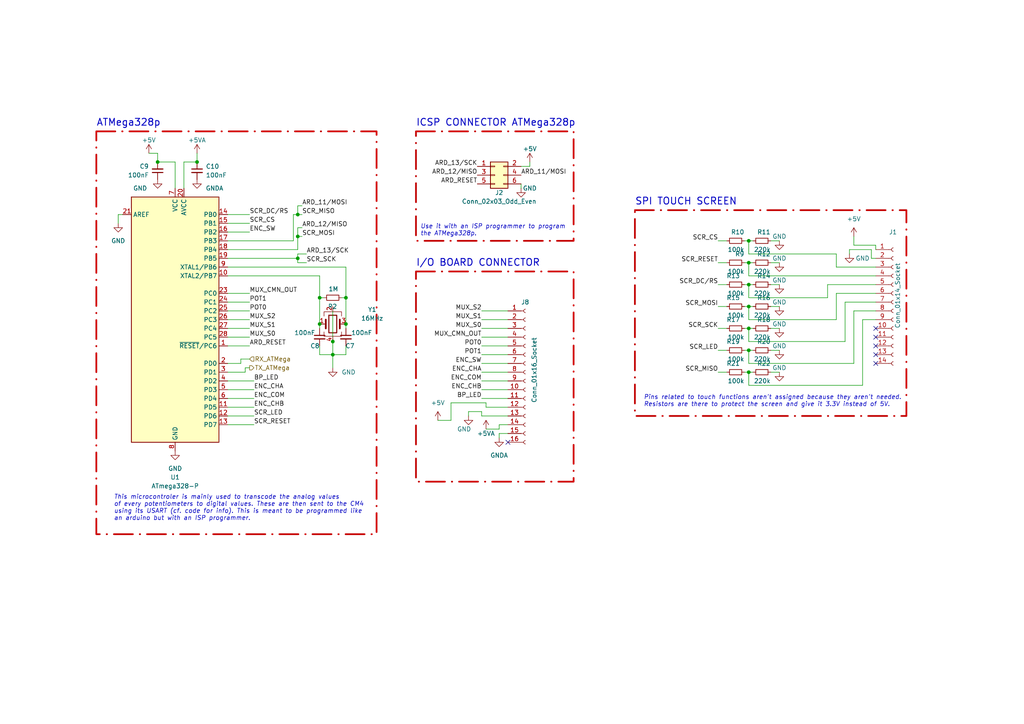
<source format=kicad_sch>
(kicad_sch (version 20230121) (generator eeschema)
  (paper "A4")
  (lib_symbols
    (symbol "Connector:Conn_01x14_Socket" (pin_names (offset 1.016) hide)
      (property "Reference" "J" (at 0 17.78 0))
      (property "Value" "Conn_01x14_Socket" (at 0 -20.32 0))
      (symbol "Conn_01x14_Socket_1_1"
        (arc (start 0 -17.272) (mid -0.5058 -17.78) (end 0 -18.288) (stroke (width 0.1524)))
        (arc (start 0 -14.732) (mid -0.5058 -15.24) (end 0 -15.748) (stroke (width 0.1524)))
        (arc (start 0 -12.192) (mid -0.5058 -12.7) (end 0 -13.208) (stroke (width 0.1524)))
        (arc (start 0 -9.652) (mid -0.5058 -10.16) (end 0 -10.668) (stroke (width 0.1524)))
        (arc (start 0 -7.112) (mid -0.5058 -7.62) (end 0 -8.128) (stroke (width 0.1524)))
        (arc (start 0 -4.572) (mid -0.5058 -5.08) (end 0 -5.588) (stroke (width 0.1524)))
        (arc (start 0 -2.032) (mid -0.5058 -2.54) (end 0 -3.048) (stroke (width 0.1524)))
        (polyline (pts (xy -1.27 -17.78) (xy -0.508 -17.78)) (stroke (width 0.1524)))
        (polyline (pts (xy -1.27 -15.24) (xy -0.508 -15.24)) (stroke (width 0.1524)))
        (polyline (pts (xy -1.27 -12.7) (xy -0.508 -12.7)) (stroke (width 0.1524)))
        (polyline (pts (xy -1.27 -10.16) (xy -0.508 -10.16)) (stroke (width 0.1524)))
        (polyline (pts (xy -1.27 -7.62) (xy -0.508 -7.62)) (stroke (width 0.1524)))
        (polyline (pts (xy -1.27 -5.08) (xy -0.508 -5.08)) (stroke (width 0.1524)))
        (polyline (pts (xy -1.27 -2.54) (xy -0.508 -2.54)) (stroke (width 0.1524)))
        (polyline (pts (xy -1.27 0) (xy -0.508 0)) (stroke (width 0.1524)))
        (polyline (pts (xy -1.27 2.54) (xy -0.508 2.54)) (stroke (width 0.1524)))
        (polyline (pts (xy -1.27 5.08) (xy -0.508 5.08)) (stroke (width 0.1524)))
        (polyline (pts (xy -1.27 7.62) (xy -0.508 7.62)) (stroke (width 0.1524)))
        (polyline (pts (xy -1.27 10.16) (xy -0.508 10.16)) (stroke (width 0.1524)))
        (polyline (pts (xy -1.27 12.7) (xy -0.508 12.7)) (stroke (width 0.1524)))
        (polyline (pts (xy -1.27 15.24) (xy -0.508 15.24)) (stroke (width 0.1524)))
        (arc (start 0 0.508) (mid -0.5058 0) (end 0 -0.508) (stroke (width 0.1524)))
        (arc (start 0 3.048) (mid -0.5058 2.54) (end 0 2.032) (stroke (width 0.1524)))
        (arc (start 0 5.588) (mid -0.5058 5.08) (end 0 4.572) (stroke (width 0.1524)))
        (arc (start 0 8.128) (mid -0.5058 7.62) (end 0 7.112) (stroke (width 0.1524)))
        (arc (start 0 10.668) (mid -0.5058 10.16) (end 0 9.652) (stroke (width 0.1524)))
        (arc (start 0 13.208) (mid -0.5058 12.7) (end 0 12.192) (stroke (width 0.1524)))
        (arc (start 0 15.748) (mid -0.5058 15.24) (end 0 14.732) (stroke (width 0.1524)))
        (pin passive line (at -5.08 15.24 0) (length 3.81) (name "Pin_1") (number "1"))
        (pin passive line (at -5.08 -7.62 0) (length 3.81) (name "Pin_10") (number "10"))
        (pin passive line (at -5.08 -10.16 0) (length 3.81) (name "Pin_11") (number "11"))
        (pin passive line (at -5.08 -12.7 0) (length 3.81) (name "Pin_12") (number "12"))
        (pin passive line (at -5.08 -15.24 0) (length 3.81) (name "Pin_13") (number "13"))
        (pin passive line (at -5.08 -17.78 0) (length 3.81) (name "Pin_14") (number "14"))
        (pin passive line (at -5.08 12.7 0) (length 3.81) (name "Pin_2") (number "2"))
        (pin passive line (at -5.08 10.16 0) (length 3.81) (name "Pin_3") (number "3"))
        (pin passive line (at -5.08 7.62 0) (length 3.81) (name "Pin_4") (number "4"))
        (pin passive line (at -5.08 5.08 0) (length 3.81) (name "Pin_5") (number "5"))
        (pin passive line (at -5.08 2.54 0) (length 3.81) (name "Pin_6") (number "6"))
        (pin passive line (at -5.08 0 0) (length 3.81) (name "Pin_7") (number "7"))
        (pin passive line (at -5.08 -2.54 0) (length 3.81) (name "Pin_8") (number "8"))
        (pin passive line (at -5.08 -5.08 0) (length 3.81) (name "Pin_9") (number "9"))
      )
    )
    (symbol "Connector:Conn_01x16_Socket" (pin_names (offset 1.016) hide)
      (property "Reference" "J" (at 0 20.32 0))
      (property "Value" "Conn_01x16_Socket" (at 0 -22.86 0))
      (symbol "Conn_01x16_Socket_1_1"
        (arc (start 0 -19.812) (mid -0.5058 -20.32) (end 0 -20.828) (stroke (width 0.1524)))
        (arc (start 0 -17.272) (mid -0.5058 -17.78) (end 0 -18.288) (stroke (width 0.1524)))
        (arc (start 0 -14.732) (mid -0.5058 -15.24) (end 0 -15.748) (stroke (width 0.1524)))
        (arc (start 0 -12.192) (mid -0.5058 -12.7) (end 0 -13.208) (stroke (width 0.1524)))
        (arc (start 0 -9.652) (mid -0.5058 -10.16) (end 0 -10.668) (stroke (width 0.1524)))
        (arc (start 0 -7.112) (mid -0.5058 -7.62) (end 0 -8.128) (stroke (width 0.1524)))
        (arc (start 0 -4.572) (mid -0.5058 -5.08) (end 0 -5.588) (stroke (width 0.1524)))
        (arc (start 0 -2.032) (mid -0.5058 -2.54) (end 0 -3.048) (stroke (width 0.1524)))
        (polyline (pts (xy -1.27 -20.32) (xy -0.508 -20.32)) (stroke (width 0.1524)))
        (polyline (pts (xy -1.27 -17.78) (xy -0.508 -17.78)) (stroke (width 0.1524)))
        (polyline (pts (xy -1.27 -15.24) (xy -0.508 -15.24)) (stroke (width 0.1524)))
        (polyline (pts (xy -1.27 -12.7) (xy -0.508 -12.7)) (stroke (width 0.1524)))
        (polyline (pts (xy -1.27 -10.16) (xy -0.508 -10.16)) (stroke (width 0.1524)))
        (polyline (pts (xy -1.27 -7.62) (xy -0.508 -7.62)) (stroke (width 0.1524)))
        (polyline (pts (xy -1.27 -5.08) (xy -0.508 -5.08)) (stroke (width 0.1524)))
        (polyline (pts (xy -1.27 -2.54) (xy -0.508 -2.54)) (stroke (width 0.1524)))
        (polyline (pts (xy -1.27 0) (xy -0.508 0)) (stroke (width 0.1524)))
        (polyline (pts (xy -1.27 2.54) (xy -0.508 2.54)) (stroke (width 0.1524)))
        (polyline (pts (xy -1.27 5.08) (xy -0.508 5.08)) (stroke (width 0.1524)))
        (polyline (pts (xy -1.27 7.62) (xy -0.508 7.62)) (stroke (width 0.1524)))
        (polyline (pts (xy -1.27 10.16) (xy -0.508 10.16)) (stroke (width 0.1524)))
        (polyline (pts (xy -1.27 12.7) (xy -0.508 12.7)) (stroke (width 0.1524)))
        (polyline (pts (xy -1.27 15.24) (xy -0.508 15.24)) (stroke (width 0.1524)))
        (polyline (pts (xy -1.27 17.78) (xy -0.508 17.78)) (stroke (width 0.1524)))
        (arc (start 0 0.508) (mid -0.5058 0) (end 0 -0.508) (stroke (width 0.1524)))
        (arc (start 0 3.048) (mid -0.5058 2.54) (end 0 2.032) (stroke (width 0.1524)))
        (arc (start 0 5.588) (mid -0.5058 5.08) (end 0 4.572) (stroke (width 0.1524)))
        (arc (start 0 8.128) (mid -0.5058 7.62) (end 0 7.112) (stroke (width 0.1524)))
        (arc (start 0 10.668) (mid -0.5058 10.16) (end 0 9.652) (stroke (width 0.1524)))
        (arc (start 0 13.208) (mid -0.5058 12.7) (end 0 12.192) (stroke (width 0.1524)))
        (arc (start 0 15.748) (mid -0.5058 15.24) (end 0 14.732) (stroke (width 0.1524)))
        (arc (start 0 18.288) (mid -0.5058 17.78) (end 0 17.272) (stroke (width 0.1524)))
        (pin passive line (at -5.08 17.78 0) (length 3.81) (name "Pin_1") (number "1"))
        (pin passive line (at -5.08 -5.08 0) (length 3.81) (name "Pin_10") (number "10"))
        (pin passive line (at -5.08 -7.62 0) (length 3.81) (name "Pin_11") (number "11"))
        (pin passive line (at -5.08 -10.16 0) (length 3.81) (name "Pin_12") (number "12"))
        (pin passive line (at -5.08 -12.7 0) (length 3.81) (name "Pin_13") (number "13"))
        (pin passive line (at -5.08 -15.24 0) (length 3.81) (name "Pin_14") (number "14"))
        (pin passive line (at -5.08 -17.78 0) (length 3.81) (name "Pin_15") (number "15"))
        (pin passive line (at -5.08 -20.32 0) (length 3.81) (name "Pin_16") (number "16"))
        (pin passive line (at -5.08 15.24 0) (length 3.81) (name "Pin_2") (number "2"))
        (pin passive line (at -5.08 12.7 0) (length 3.81) (name "Pin_3") (number "3"))
        (pin passive line (at -5.08 10.16 0) (length 3.81) (name "Pin_4") (number "4"))
        (pin passive line (at -5.08 7.62 0) (length 3.81) (name "Pin_5") (number "5"))
        (pin passive line (at -5.08 5.08 0) (length 3.81) (name "Pin_6") (number "6"))
        (pin passive line (at -5.08 2.54 0) (length 3.81) (name "Pin_7") (number "7"))
        (pin passive line (at -5.08 0 0) (length 3.81) (name "Pin_8") (number "8"))
        (pin passive line (at -5.08 -2.54 0) (length 3.81) (name "Pin_9") (number "9"))
      )
    )
    (symbol "Connector_Generic:Conn_02x03_Odd_Even" (pin_names (offset 1.016) hide)
      (property "Reference" "J" (at 1.27 5.08 0))
      (property "Value" "Conn_02x03_Odd_Even" (at 1.27 -5.08 0))
      (symbol "Conn_02x03_Odd_Even_1_1"
        (rectangle (start -1.27 -2.413) (end 0 -2.667) (stroke (width 0.1524)))
        (rectangle (start -1.27 0.127) (end 0 -0.127) (stroke (width 0.1524)))
        (rectangle (start -1.27 2.667) (end 0 2.413) (stroke (width 0.1524)))
        (rectangle (start -1.27 3.81) (end 3.81 -3.81) (stroke (width 0.254)) (fill (type background)))
        (rectangle (start 3.81 -2.413) (end 2.54 -2.667) (stroke (width 0.1524)))
        (rectangle (start 3.81 0.127) (end 2.54 -0.127) (stroke (width 0.1524)))
        (rectangle (start 3.81 2.667) (end 2.54 2.413) (stroke (width 0.1524)))
        (pin passive line (at -5.08 2.54 0) (length 3.81) (name "Pin_1") (number "1"))
        (pin passive line (at 7.62 2.54 180) (length 3.81) (name "Pin_2") (number "2"))
        (pin passive line (at -5.08 0 0) (length 3.81) (name "Pin_3") (number "3"))
        (pin passive line (at 7.62 0 180) (length 3.81) (name "Pin_4") (number "4"))
        (pin passive line (at -5.08 -2.54 0) (length 3.81) (name "Pin_5") (number "5"))
        (pin passive line (at 7.62 -2.54 180) (length 3.81) (name "Pin_6") (number "6"))
      )
    )
    (symbol "Device:C_Small" (pin_numbers hide) (pin_names (offset 0.254) hide)
      (property "Reference" "C" (at 0.254 1.778 0))
      (property "Value" "C_Small" (at 0.254 -2.032 0))
      (symbol "C_Small_0_1"
        (polyline (pts (xy -1.524 -0.508) (xy 1.524 -0.508)) (stroke (width 0.3302)))
        (polyline (pts (xy -1.524 0.508) (xy 1.524 0.508)) (stroke (width 0.3048)))
      )
      (symbol "C_Small_1_1"
        (pin passive line (at 0 2.54 270) (length 2.032) (name "~") (number "1"))
        (pin passive line (at 0 -2.54 90) (length 2.032) (name "~") (number "2"))
      )
    )
    (symbol "Device:Crystal_GND24" (pin_names (offset 1.016) hide)
      (property "Reference" "Y" (at 3.175 5.08 0))
      (property "Value" "Crystal_GND24" (at 3.175 3.175 0))
      (symbol "Crystal_GND24_0_1"
        (rectangle (start -1.143 2.54) (end 1.143 -2.54) (stroke (width 0.3048)))
        (polyline (pts (xy -2.54 0) (xy -2.032 0)))
        (polyline (pts (xy -2.032 -1.27) (xy -2.032 1.27)) (stroke (width 0.508)))
        (polyline (pts (xy 0 -3.81) (xy 0 -3.556)))
        (polyline (pts (xy 0 3.556) (xy 0 3.81)))
        (polyline (pts (xy 2.032 -1.27) (xy 2.032 1.27)) (stroke (width 0.508)))
        (polyline (pts (xy 2.032 0) (xy 2.54 0)))
        (polyline (pts (xy -2.54 -2.286) (xy -2.54 -3.556) (xy 2.54 -3.556) (xy 2.54 -2.286)))
        (polyline (pts (xy -2.54 2.286) (xy -2.54 3.556) (xy 2.54 3.556) (xy 2.54 2.286)))
      )
      (symbol "Crystal_GND24_1_1"
        (pin passive line (at -3.81 0 0) (length 1.27) (name "1") (number "1"))
        (pin passive line (at 0 5.08 270) (length 1.27) (name "2") (number "2"))
        (pin passive line (at 3.81 0 180) (length 1.27) (name "3") (number "3"))
        (pin passive line (at 0 -5.08 90) (length 1.27) (name "4") (number "4"))
      )
    )
    (symbol "Device:R_Small" (pin_numbers hide) (pin_names (offset 0.254) hide)
      (property "Reference" "R" (at 0.762 0.508 0))
      (property "Value" "R_Small" (at 0.762 -1.016 0))
      (symbol "R_Small_0_1"
        (rectangle (start -0.762 1.778) (end 0.762 -1.778) (stroke (width 0.2032)))
      )
      (symbol "R_Small_1_1"
        (pin passive line (at 0 2.54 270) (length 0.762) (name "~") (number "1"))
        (pin passive line (at 0 -2.54 90) (length 0.762) (name "~") (number "2"))
      )
    )
    (symbol "MCU_Microchip_ATmega:ATmega328-P"
      (property "Reference" "U" (at -12.7 36.83 0))
      (property "Value" "ATmega328-P" (at 2.54 -36.83 0))
      (symbol "ATmega328-P_0_1"
        (rectangle (start -12.7 -35.56) (end 12.7 35.56) (stroke (width 0.254)) (fill (type background)))
      )
      (symbol "ATmega328-P_1_1"
        (pin bidirectional line (at 15.24 -7.62 180) (length 2.54) (name "~{RESET}/PC6") (number "1"))
        (pin bidirectional line (at 15.24 12.7 180) (length 2.54) (name "XTAL2/PB7") (number "10"))
        (pin bidirectional line (at 15.24 -25.4 180) (length 2.54) (name "PD5") (number "11"))
        (pin bidirectional line (at 15.24 -27.94 180) (length 2.54) (name "PD6") (number "12"))
        (pin bidirectional line (at 15.24 -30.48 180) (length 2.54) (name "PD7") (number "13"))
        (pin bidirectional line (at 15.24 30.48 180) (length 2.54) (name "PB0") (number "14"))
        (pin bidirectional line (at 15.24 27.94 180) (length 2.54) (name "PB1") (number "15"))
        (pin bidirectional line (at 15.24 25.4 180) (length 2.54) (name "PB2") (number "16"))
        (pin bidirectional line (at 15.24 22.86 180) (length 2.54) (name "PB3") (number "17"))
        (pin bidirectional line (at 15.24 20.32 180) (length 2.54) (name "PB4") (number "18"))
        (pin bidirectional line (at 15.24 17.78 180) (length 2.54) (name "PB5") (number "19"))
        (pin bidirectional line (at 15.24 -12.7 180) (length 2.54) (name "PD0") (number "2"))
        (pin power_in line (at 2.54 38.1 270) (length 2.54) (name "AVCC") (number "20"))
        (pin passive line (at -15.24 30.48 0) (length 2.54) (name "AREF") (number "21"))
        (pin passive line (at 0 -38.1 90) (length 2.54) hide (name "GND") (number "22"))
        (pin bidirectional line (at 15.24 7.62 180) (length 2.54) (name "PC0") (number "23"))
        (pin bidirectional line (at 15.24 5.08 180) (length 2.54) (name "PC1") (number "24"))
        (pin bidirectional line (at 15.24 2.54 180) (length 2.54) (name "PC2") (number "25"))
        (pin bidirectional line (at 15.24 0 180) (length 2.54) (name "PC3") (number "26"))
        (pin bidirectional line (at 15.24 -2.54 180) (length 2.54) (name "PC4") (number "27"))
        (pin bidirectional line (at 15.24 -5.08 180) (length 2.54) (name "PC5") (number "28"))
        (pin bidirectional line (at 15.24 -15.24 180) (length 2.54) (name "PD1") (number "3"))
        (pin bidirectional line (at 15.24 -17.78 180) (length 2.54) (name "PD2") (number "4"))
        (pin bidirectional line (at 15.24 -20.32 180) (length 2.54) (name "PD3") (number "5"))
        (pin bidirectional line (at 15.24 -22.86 180) (length 2.54) (name "PD4") (number "6"))
        (pin power_in line (at 0 38.1 270) (length 2.54) (name "VCC") (number "7"))
        (pin power_in line (at 0 -38.1 90) (length 2.54) (name "GND") (number "8"))
        (pin bidirectional line (at 15.24 15.24 180) (length 2.54) (name "XTAL1/PB6") (number "9"))
      )
    )
    (symbol "power:+5V" (power) (pin_names (offset 0))
      (property "Value" "+5V" (at 0 3.556 0))
      (symbol "+5V_0_1"
        (polyline (pts (xy -0.762 1.27) (xy 0 2.54)))
        (polyline (pts (xy 0 0) (xy 0 2.54)))
        (polyline (pts (xy 0 2.54) (xy 0.762 1.27)))
      )
      (symbol "+5V_1_1"
        (pin power_in line (at 0 0 90) (length 0) hide (name "+5V") (number "1"))
      )
    )
    (symbol "power:+5VA" (power) (pin_names (offset 0))
      (property "Value" "+5VA" (at 0 3.556 0))
      (symbol "+5VA_0_1"
        (polyline (pts (xy -0.762 1.27) (xy 0 2.54)))
        (polyline (pts (xy 0 0) (xy 0 2.54)))
        (polyline (pts (xy 0 2.54) (xy 0.762 1.27)))
      )
      (symbol "+5VA_1_1"
        (pin power_in line (at 0 0 90) (length 0) hide (name "+5VA") (number "1"))
      )
    )
    (symbol "power:GND" (power) (pin_names (offset 0))
      (property "Value" "GND" (at 0 -3.81 0))
      (symbol "GND_0_1"
        (polyline (pts (xy 0 0) (xy 0 -1.27) (xy 1.27 -1.27) (xy 0 -2.54) (xy -1.27 -1.27) (xy 0 -1.27)))
      )
      (symbol "GND_1_1"
        (pin power_in line (at 0 0 270) (length 0) hide (name "GND") (number "1"))
      )
    )
    (symbol "power:GNDA" (power) (pin_names (offset 0))
      (property "Value" "GNDA" (at 0 -3.81 0))
      (symbol "GNDA_0_1"
        (polyline (pts (xy 0 0) (xy 0 -1.27) (xy 1.27 -1.27) (xy 0 -2.54) (xy -1.27 -1.27) (xy 0 -1.27)))
      )
      (symbol "GNDA_1_1"
        (pin power_in line (at 0 0 270) (length 0) hide (name "GNDA") (number "1"))
      )
    )
  )
  (junction (at 217.17 76.2))
  (junction (at 96.52 99.06))
  (junction (at 57.15 46.99))
  (junction (at 217.17 88.9))
  (junction (at 96.52 102.87))
  (junction (at 217.17 107.95))
  (junction (at 86.36 62.23))
  (junction (at 86.36 68.58))
  (junction (at 92.71 86.36))
  (junction (at 92.71 93.98))
  (junction (at 217.17 82.55))
  (junction (at 217.17 69.85))
  (junction (at 100.33 93.98))
  (junction (at 86.36 74.93))
  (junction (at 217.17 101.6))
  (junction (at 45.72 46.99))
  (junction (at 100.33 86.36))
  (junction (at 217.17 95.25))
  (no_connect (at 147.32 128.27))
  (no_connect (at 254 102.87))
  (no_connect (at 254 100.33))
  (no_connect (at 254 105.41))
  (no_connect (at 254 95.25))
  (no_connect (at 254 97.79))
  (wire (pts (xy 226.06 107.95) (xy 223.52 107.95)))
  (wire (pts (xy 226.06 88.9) (xy 223.52 88.9)))
  (wire (pts (xy 250.19 92.71) (xy 254 92.71)))
  (wire (pts (xy 45.72 46.99) (xy 50.8 46.99)))
  (wire (pts (xy 100.33 86.36) (xy 100.33 93.98)))
  (wire (pts (xy 217.17 92.71) (xy 242.57 92.71)))
  (wire (pts (xy 215.9 101.6) (xy 217.17 101.6)))
  (wire (pts (xy 66.04 113.03) (xy 73.66 113.03)))
  (wire (pts (xy 226.06 69.85) (xy 223.52 69.85)))
  (wire (pts (xy 139.7 120.65) (xy 147.32 120.65)))
  (wire (pts (xy 242.57 85.09) (xy 254 85.09)))
  (wire (pts (xy 66.04 67.31) (xy 72.39 67.31)))
  (wire (pts (xy 139.7 119.38) (xy 139.7 120.65)))
  (wire (pts (xy 86.36 74.93) (xy 86.36 76.2)))
  (wire (pts (xy 139.7 107.95) (xy 147.32 107.95)))
  (wire (pts (xy 66.04 120.65) (xy 73.66 120.65)))
  (wire (pts (xy 147.32 125.73) (xy 144.78 125.73)))
  (wire (pts (xy 153.67 46.99) (xy 153.67 48.26)))
  (wire (pts (xy 139.7 95.25) (xy 147.32 95.25)))
  (wire (pts (xy 135.89 119.38) (xy 139.7 119.38)))
  (wire (pts (xy 144.78 124.46) (xy 144.78 123.19)))
  (wire (pts (xy 66.04 110.49) (xy 73.66 110.49)))
  (wire (pts (xy 92.71 86.36) (xy 93.98 86.36)))
  (wire (pts (xy 92.71 93.98) (xy 92.71 95.25)))
  (wire (pts (xy 144.78 125.73) (xy 144.78 127)))
  (wire (pts (xy 247.65 68.58) (xy 247.65 71.12)))
  (wire (pts (xy 217.17 107.95) (xy 217.17 111.76)))
  (wire (pts (xy 140.97 118.11) (xy 147.32 118.11)))
  (wire (pts (xy 66.04 90.17) (xy 72.39 90.17)))
  (wire (pts (xy 45.72 44.45) (xy 45.72 46.99)))
  (wire (pts (xy 252.73 74.93) (xy 254 74.93)))
  (wire (pts (xy 96.52 88.9) (xy 96.52 99.06)))
  (wire (pts (xy 92.71 80.01) (xy 92.71 86.36)))
  (wire (pts (xy 86.36 62.23) (xy 85.09 62.23)))
  (wire (pts (xy 246.38 72.39) (xy 246.38 73.66)))
  (wire (pts (xy 208.28 82.55) (xy 210.82 82.55)))
  (wire (pts (xy 217.17 80.01) (xy 254 80.01)))
  (wire (pts (xy 66.04 62.23) (xy 72.39 62.23)))
  (wire (pts (xy 217.17 88.9) (xy 217.17 92.71)))
  (wire (pts (xy 57.15 46.99) (xy 53.34 46.99)))
  (wire (pts (xy 215.9 107.95) (xy 217.17 107.95)))
  (wire (pts (xy 85.09 69.85) (xy 66.04 69.85)))
  (wire (pts (xy 226.06 76.2) (xy 223.52 76.2)))
  (wire (pts (xy 217.17 82.55) (xy 218.44 82.55)))
  (wire (pts (xy 92.71 86.36) (xy 92.71 93.98)))
  (wire (pts (xy 66.04 80.01) (xy 92.71 80.01)))
  (wire (pts (xy 86.36 68.58) (xy 86.36 72.39)))
  (wire (pts (xy 226.06 82.55) (xy 223.52 82.55)))
  (wire (pts (xy 66.04 95.25) (xy 72.39 95.25)))
  (wire (pts (xy 71.12 106.68) (xy 72.39 106.68)))
  (wire (pts (xy 100.33 93.98) (xy 100.33 95.25)))
  (wire (pts (xy 66.04 87.63) (xy 72.39 87.63)))
  (wire (pts (xy 34.29 62.23) (xy 34.29 64.77)))
  (wire (pts (xy 100.33 102.87) (xy 96.52 102.87)))
  (wire (pts (xy 242.57 85.09) (xy 242.57 92.71)))
  (wire (pts (xy 66.04 92.71) (xy 72.39 92.71)))
  (wire (pts (xy 215.9 76.2) (xy 217.17 76.2)))
  (wire (pts (xy 245.11 87.63) (xy 254 87.63)))
  (wire (pts (xy 217.17 101.6) (xy 217.17 105.41)))
  (wire (pts (xy 250.19 111.76) (xy 250.19 92.71)))
  (wire (pts (xy 208.28 69.85) (xy 210.82 69.85)))
  (wire (pts (xy 66.04 123.19) (xy 73.66 123.19)))
  (wire (pts (xy 245.11 99.06) (xy 245.11 87.63)))
  (wire (pts (xy 247.65 90.17) (xy 254 90.17)))
  (wire (pts (xy 208.28 76.2) (xy 210.82 76.2)))
  (wire (pts (xy 151.13 53.34) (xy 151.13 54.61)))
  (wire (pts (xy 66.04 64.77) (xy 72.39 64.77)))
  (wire (pts (xy 139.7 100.33) (xy 147.32 100.33)))
  (wire (pts (xy 247.65 90.17) (xy 247.65 105.41)))
  (wire (pts (xy 217.17 82.55) (xy 217.17 86.36)))
  (wire (pts (xy 69.85 105.41) (xy 66.04 105.41)))
  (wire (pts (xy 53.34 46.99) (xy 53.34 54.61)))
  (wire (pts (xy 240.03 86.36) (xy 240.03 82.55)))
  (wire (pts (xy 217.17 69.85) (xy 218.44 69.85)))
  (wire (pts (xy 242.57 73.66) (xy 242.57 77.47)))
  (wire (pts (xy 100.33 100.33) (xy 100.33 102.87)))
  (wire (pts (xy 242.57 77.47) (xy 254 77.47)))
  (wire (pts (xy 217.17 95.25) (xy 217.17 99.06)))
  (wire (pts (xy 215.9 82.55) (xy 217.17 82.55)))
  (wire (pts (xy 50.8 46.99) (xy 50.8 54.61)))
  (wire (pts (xy 208.28 101.6) (xy 210.82 101.6)))
  (wire (pts (xy 86.36 62.23) (xy 87.63 62.23)))
  (wire (pts (xy 217.17 95.25) (xy 218.44 95.25)))
  (wire (pts (xy 247.65 105.41) (xy 217.17 105.41)))
  (wire (pts (xy 217.17 101.6) (xy 218.44 101.6)))
  (wire (pts (xy 96.52 102.87) (xy 92.71 102.87)))
  (wire (pts (xy 69.85 104.14) (xy 69.85 105.41)))
  (wire (pts (xy 240.03 82.55) (xy 254 82.55)))
  (wire (pts (xy 86.36 76.2) (xy 88.9 76.2)))
  (wire (pts (xy 86.36 66.04) (xy 87.63 66.04)))
  (wire (pts (xy 69.85 104.14) (xy 72.39 104.14)))
  (wire (pts (xy 217.17 73.66) (xy 242.57 73.66)))
  (wire (pts (xy 139.7 102.87) (xy 147.32 102.87)))
  (wire (pts (xy 217.17 76.2) (xy 217.17 80.01)))
  (wire (pts (xy 217.17 86.36) (xy 240.03 86.36)))
  (wire (pts (xy 252.73 72.39) (xy 252.73 74.93)))
  (wire (pts (xy 217.17 107.95) (xy 218.44 107.95)))
  (wire (pts (xy 139.7 105.41) (xy 147.32 105.41)))
  (wire (pts (xy 86.36 73.66) (xy 88.9 73.66)))
  (wire (pts (xy 217.17 73.66) (xy 217.17 69.85)))
  (wire (pts (xy 217.17 69.85) (xy 215.9 69.85)))
  (wire (pts (xy 140.97 124.46) (xy 144.78 124.46)))
  (wire (pts (xy 130.81 116.84) (xy 130.81 121.92)))
  (wire (pts (xy 92.71 100.33) (xy 92.71 102.87)))
  (wire (pts (xy 100.33 86.36) (xy 99.06 86.36)))
  (wire (pts (xy 217.17 111.76) (xy 250.19 111.76)))
  (wire (pts (xy 139.7 115.57) (xy 147.32 115.57)))
  (wire (pts (xy 217.17 99.06) (xy 245.11 99.06)))
  (wire (pts (xy 208.28 88.9) (xy 210.82 88.9)))
  (wire (pts (xy 66.04 85.09) (xy 72.39 85.09)))
  (wire (pts (xy 66.04 74.93) (xy 86.36 74.93)))
  (wire (pts (xy 86.36 59.69) (xy 86.36 62.23)))
  (wire (pts (xy 217.17 88.9) (xy 218.44 88.9)))
  (wire (pts (xy 71.12 107.95) (xy 66.04 107.95)))
  (wire (pts (xy 86.36 68.58) (xy 87.63 68.58)))
  (wire (pts (xy 140.97 116.84) (xy 140.97 118.11)))
  (wire (pts (xy 139.7 90.17) (xy 147.32 90.17)))
  (wire (pts (xy 246.38 72.39) (xy 252.73 72.39)))
  (wire (pts (xy 139.7 110.49) (xy 147.32 110.49)))
  (wire (pts (xy 208.28 95.25) (xy 210.82 95.25)))
  (wire (pts (xy 139.7 92.71) (xy 147.32 92.71)))
  (wire (pts (xy 208.28 107.95) (xy 210.82 107.95)))
  (wire (pts (xy 86.36 59.69) (xy 87.63 59.69)))
  (wire (pts (xy 226.06 95.25) (xy 223.52 95.25)))
  (wire (pts (xy 66.04 77.47) (xy 100.33 77.47)))
  (wire (pts (xy 43.18 44.45) (xy 45.72 44.45)))
  (wire (pts (xy 71.12 106.68) (xy 71.12 107.95)))
  (wire (pts (xy 127 121.92) (xy 130.81 121.92)))
  (wire (pts (xy 215.9 88.9) (xy 217.17 88.9)))
  (wire (pts (xy 66.04 97.79) (xy 72.39 97.79)))
  (wire (pts (xy 139.7 113.03) (xy 147.32 113.03)))
  (wire (pts (xy 151.13 48.26) (xy 153.67 48.26)))
  (wire (pts (xy 247.65 71.12) (xy 254 71.12)))
  (wire (pts (xy 86.36 74.93) (xy 86.36 73.66)))
  (wire (pts (xy 57.15 46.99) (xy 57.15 44.45)))
  (wire (pts (xy 66.04 118.11) (xy 73.66 118.11)))
  (wire (pts (xy 144.78 123.19) (xy 147.32 123.19)))
  (wire (pts (xy 86.36 66.04) (xy 86.36 68.58)))
  (wire (pts (xy 135.89 120.65) (xy 135.89 119.38)))
  (wire (pts (xy 85.09 62.23) (xy 85.09 69.85)))
  (wire (pts (xy 100.33 77.47) (xy 100.33 86.36)))
  (wire (pts (xy 217.17 76.2) (xy 218.44 76.2)))
  (wire (pts (xy 35.56 62.23) (xy 34.29 62.23)))
  (wire (pts (xy 215.9 95.25) (xy 217.17 95.25)))
  (wire (pts (xy 86.36 72.39) (xy 66.04 72.39)))
  (wire (pts (xy 130.81 116.84) (xy 140.97 116.84)))
  (wire (pts (xy 66.04 100.33) (xy 72.39 100.33)))
  (wire (pts (xy 139.7 97.79) (xy 147.32 97.79)))
  (wire (pts (xy 226.06 101.6) (xy 223.52 101.6)))
  (wire (pts (xy 96.52 99.06) (xy 96.52 102.87)))
  (wire (pts (xy 254 71.12) (xy 254 72.39)))
  (wire (pts (xy 96.52 106.68) (xy 96.52 102.87)))
  (wire (pts (xy 66.04 115.57) (xy 73.66 115.57)))
  (rectangle (start 120.65 78.74) (end 166.37 139.7) (stroke (width 0.5) (type dash_dot) (color 194 0 0 1)))
  (rectangle (start 120.65 38.1) (end 166.37 69.85) (stroke (width 0.5) (type dash_dot) (color 194 0 0 1)))
  (rectangle (start 27.94 38.1) (end 109.22 154.94) (stroke (width 0.5) (type dash_dot) (color 194 0 0 1)))
  (rectangle (start 184.15 60.96) (end 262.89 120.65) (stroke (width 0.5) (type dash_dot) (color 194 0 0 1)))
  (text "I/O BOARD CONNECTOR" (at 120.65 77.47 0) (effects (font (size 2 2) (thickness 0.254) bold) (justify left bottom)))
  (text "This microcontroler is mainly used to transcode the analog values \nof every potentiometers to digital values. These are then sent to the CM4\nusing its USART (cf. code for info). This is meant to be programmed like\nan arduino but with an ISP programmer." (at 33.02 151.13 0) (effects (font (size 1.27 1.27) italic) (justify left bottom)))
  (text "Use it with an ISP programmer to program\nthe ATMega328p. " (at 121.92 68.58 0) (effects (font (size 1.27 1.27) italic) (justify left bottom)))
  (text "SPI TOUCH SCREEN" (at 184.15 59.69 0) (effects (font (size 2 2) (thickness 0.254) bold) (justify left bottom)))
  (text "ICSP CONNECTOR ATMega328p\n" (at 120.65 36.83 0) (effects (font (size 2 2) (thickness 0.254) bold) (justify left bottom)))
  (text "ATMega328p" (at 27.94 36.83 0) (effects (font (size 2 2) (thickness 0.254) bold) (justify left bottom)))
  (text "Pins related to touch functions aren't assigned because they aren't needed.\nResistors are there to protect the screen and give it 3.3V instead of 5V. \n" (at 186.69 118.11 0) (effects (font (size 1.27 1.27) italic) (justify left bottom)))
  (label "SCR_MISO" (at 87.63 62.23 0))
  (label "POT0" (at 139.7 100.33 180))
  (label "BP_LED" (at 139.7 115.57 180))
  (label "ARD_13{slash}SCK" (at 88.9 73.66 0))
  (label "ARD_11{slash}MOSI" (at 151.13 50.8 0))
  (label "SCR_RESET" (at 73.66 123.19 0))
  (label "ARD_13{slash}SCK" (at 138.43 48.26 180))
  (label "MUX_S0" (at 139.7 95.25 180))
  (label "SCR_DC{slash}RS" (at 208.28 82.55 180))
  (label "ARD_12{slash}MISO" (at 138.43 50.8 180))
  (label "SCR_MISO" (at 208.28 107.95 180))
  (label "ARD_RESET" (at 138.43 53.34 180))
  (label "MUX_S0" (at 72.39 97.79 0))
  (label "SCR_RESET" (at 208.28 76.2 180))
  (label "POT1" (at 139.7 102.87 180))
  (label "ENC_CHB" (at 73.66 118.11 0))
  (label "MUX_CMN_OUT" (at 72.39 85.09 0))
  (label "ENC_CHA" (at 139.7 107.95 180))
  (label "POT0" (at 72.39 90.17 0))
  (label "SCR_LED" (at 73.66 120.65 0))
  (label "MUX_S2" (at 72.39 92.71 0))
  (label "ENC_SW" (at 72.39 67.31 0))
  (label "MUX_S2" (at 139.7 90.17 180))
  (label "ENC_CHA" (at 73.66 113.03 0))
  (label "SCR_MOSI" (at 208.28 88.9 180))
  (label "MUX_CMN_OUT" (at 139.7 97.79 180))
  (label "SCR_SCK" (at 208.28 95.25 180))
  (label "SCR_SCK" (at 88.9 76.2 0))
  (label "ARD_12{slash}MISO" (at 87.63 66.04 0))
  (label "POT1" (at 72.39 87.63 0))
  (label "MUX_S1" (at 72.39 95.25 0))
  (label "SCR_DC{slash}RS" (at 72.39 62.23 0))
  (label "ENC_COM" (at 139.7 110.49 180))
  (label "ARD_11{slash}MOSI" (at 87.63 59.69 0))
  (label "SCR_CS" (at 72.39 64.77 0))
  (label "ENC_CHB" (at 139.7 113.03 180))
  (label "SCR_CS" (at 208.28 69.85 180))
  (label "SCR_MOSI" (at 87.63 68.58 0))
  (label "ENC_COM" (at 73.66 115.57 0))
  (label "SCR_LED" (at 208.28 101.6 180))
  (label "BP_LED" (at 73.66 110.49 0))
  (label "MUX_S1" (at 139.7 92.71 180))
  (label "ARD_RESET" (at 72.39 100.33 0))
  (label "ENC_SW" (at 139.7 105.41 180))
  (hierarchical_label "TX_ATMega" (shape output) (at 72.39 106.68 0))
  (hierarchical_label "RX_ATMega" (shape input) (at 72.39 104.14 0))
  (symbol (lib_id "Device:R_Small") (at 220.98 76.2 90) (mirror x) (unit 1)
    (property "Reference" "R12" (at 223.52 73.66 90) (effects (justify left)))
    (property "Value" "220k" (at 223.52 78.74 90) (effects (justify left)))
    (property "Footprint" "Resistor_SMD:R_0603_1608Metric" (effects hide))
  )
  (symbol (lib_id "MCU_Microchip_ATmega:ATmega328-P") (at 50.8 92.71 0) (unit 1)
    (property "Reference" "U1" (at 50.8 138.43 0))
    (property "Value" "ATmega328-P" (at 50.8 140.97 0))
    (property "Footprint" "Package_DIP:DIP-28_W7.62mm" (effects hide))
    (property "Datasheet" "http://ww1.microchip.com/downloads/en/DeviceDoc/ATmega328_P%20AVR%20MCU%20with%20picoPower%20Technology%20Data%20Sheet%2040001984A.pdf" (effects hide))
  )
  (symbol (lib_id "Device:C_Small") (at 100.33 97.79 0) (mirror y) (unit 1)
    (property "Reference" "C7" (at 102.87 100.33 0) (effects (justify left)))
    (property "Value" "100nF" (at 107.95 96.52 0) (effects (justify left)))
    (property "Footprint" "Capacitor_SMD:C_0402_1005Metric" (effects hide))
  )
  (symbol (lib_id "power:GNDA") (at 57.15 52.07 0) (unit 1)
    (property "Reference" "#PWR022" (effects hide))
    (property "Value" "GNDA" (at 62.23 54.61 0))
  )
  (symbol (lib_id "Device:R_Small") (at 213.36 76.2 90) (mirror x) (unit 1)
    (property "Reference" "R9" (at 215.9 73.66 90) (effects (justify left)))
    (property "Value" "100k" (at 215.9 78.74 90) (effects (justify left)))
    (property "Footprint" "Resistor_SMD:R_0402_1005Metric" (effects hide))
  )
  (symbol (lib_id "power:+5VA") (at 57.15 44.45 0) (unit 1)
    (property "Reference" "#PWR016" (effects hide))
    (property "Value" "+5VA" (at 57.15 40.64 0))
  )
  (symbol (lib_id "power:+5V") (at 247.65 68.58 0) (unit 1)
    (property "Reference" "#PWR02" (effects hide))
    (property "Value" "+5V" (at 247.65 63.5 0))
  )
  (symbol (lib_id "Device:R_Small") (at 213.36 107.95 90) (mirror x) (unit 1)
    (property "Reference" "R21" (at 214.63 105.41 90) (effects (justify left)))
    (property "Value" "100k" (at 215.9 110.49 90) (effects (justify left)))
    (property "Footprint" "Resistor_SMD:R_0402_1005Metric" (effects hide))
  )
  (symbol (lib_id "Connector_Generic:Conn_02x03_Odd_Even") (at 143.51 50.8 0) (unit 1)
    (property "Reference" "J2" (at 144.78 55.88 0))
    (property "Value" "Conn_02x03_Odd_Even" (at 144.78 58.42 0))
    (property "Footprint" "Connector_PinHeader_2.00mm:PinHeader_2x03_P2.00mm_Vertical" (effects hide))
  )
  (symbol (lib_id "Device:R_Small") (at 220.98 101.6 90) (mirror x) (unit 1)
    (property "Reference" "R20" (at 223.52 99.06 90) (effects (justify left)))
    (property "Value" "220k" (at 223.52 104.14 90) (effects (justify left)))
    (property "Footprint" "Resistor_SMD:R_0603_1608Metric" (effects hide))
  )
  (symbol (lib_id "Device:R_Small") (at 213.36 95.25 90) (mirror x) (unit 1)
    (property "Reference" "R17" (at 214.63 92.71 90) (effects (justify left)))
    (property "Value" "100k" (at 215.9 97.79 90) (effects (justify left)))
    (property "Footprint" "Resistor_SMD:R_0402_1005Metric" (effects hide))
  )
  (symbol (lib_id "power:GND") (at 226.06 76.2 0) (unit 1)
    (property "Reference" "#PWR033" (effects hide))
    (property "Value" "GND" (at 226.06 74.93 0))
  )
  (symbol (lib_id "power:GNDA") (at 144.78 127 0) (unit 1)
    (property "Reference" "#PWR024" (effects hide))
    (property "Value" "GNDA" (at 144.78 132.08 0))
  )
  (symbol (lib_id "power:GND") (at 246.38 73.66 0) (unit 1)
    (property "Reference" "#PWR03" (effects hide))
    (property "Value" "GND" (at 250.19 74.93 0))
  )
  (symbol (lib_id "power:GND") (at 45.72 52.07 0) (unit 1)
    (property "Reference" "#PWR021" (effects hide))
    (property "Value" "GND" (at 40.64 54.61 0))
  )
  (symbol (lib_id "Device:R_Small") (at 220.98 82.55 90) (mirror x) (unit 1)
    (property "Reference" "R14" (at 223.52 80.01 90) (effects (justify left)))
    (property "Value" "220k" (at 223.52 85.09 90) (effects (justify left)))
    (property "Footprint" "Resistor_SMD:R_0603_1608Metric" (effects hide))
  )
  (symbol (lib_id "power:GND") (at 135.89 120.65 0) (unit 1)
    (property "Reference" "#PWR023" (effects hide))
    (property "Value" "GND" (at 134.62 124.46 0))
  )
  (symbol (lib_id "Device:R_Small") (at 213.36 88.9 90) (mirror x) (unit 1)
    (property "Reference" "R15" (at 214.63 86.36 90) (effects (justify left)))
    (property "Value" "100k" (at 215.9 91.44 90) (effects (justify left)))
    (property "Footprint" "Resistor_SMD:R_0402_1005Metric" (effects hide))
  )
  (symbol (lib_id "power:GND") (at 151.13 54.61 0) (unit 1)
    (property "Reference" "#PWR019" (effects hide))
    (property "Value" "GND" (at 153.67 54.61 0))
  )
  (symbol (lib_id "Device:C_Small") (at 57.15 49.53 0) (mirror y) (unit 1)
    (property "Reference" "C10" (at 59.69 48.2663 0) (effects (justify right)))
    (property "Value" "100nF" (at 59.69 50.8063 0) (effects (justify right)))
    (property "Footprint" "Capacitor_SMD:C_0402_1005Metric" (effects hide))
  )
  (symbol (lib_id "power:GND") (at 226.06 69.85 0) (unit 1)
    (property "Reference" "#PWR026" (effects hide))
    (property "Value" "GND" (at 226.06 68.58 0))
  )
  (symbol (lib_id "power:+5VA") (at 140.97 124.46 0) (unit 1)
    (property "Reference" "#PWR025" (effects hide))
    (property "Value" "+5VA" (at 140.97 125.73 0))
  )
  (symbol (lib_id "Device:R_Small") (at 96.52 86.36 270) (mirror x) (unit 1)
    (property "Reference" "R2" (at 97.79 88.9 90) (effects (justify right)))
    (property "Value" "1M" (at 95.25 83.82 90) (effects (justify left)))
    (property "Footprint" "Resistor_SMD:R_0402_1005Metric" (effects hide))
  )
  (symbol (lib_id "Device:R_Small") (at 213.36 82.55 90) (mirror x) (unit 1)
    (property "Reference" "R13" (at 214.63 80.01 90) (effects (justify left)))
    (property "Value" "100k" (at 215.9 85.09 90) (effects (justify left)))
    (property "Footprint" "Resistor_SMD:R_0402_1005Metric" (effects hide))
  )
  (symbol (lib_id "Device:C_Small") (at 92.71 97.79 0) (mirror y) (unit 1)
    (property "Reference" "C8" (at 92.71 100.33 0) (effects (justify left)))
    (property "Value" "100nF" (at 91.44 96.52 0) (effects (justify left)))
    (property "Footprint" "Capacitor_SMD:C_0402_1005Metric" (effects hide))
  )
  (symbol (lib_id "Connector:Conn_01x16_Socket") (at 152.4 107.95 0) (unit 1)
    (property "Reference" "J8" (at 151.13 87.63 0) (effects (justify left)))
    (property "Value" "Conn_01x16_Socket" (at 154.94 116.84 90) (effects (justify left)))
    (property "Footprint" "Connector_FFC-FPC:Hirose_FH12-16S-0.5SH_1x16-1MP_P0.50mm_Horizontal" (effects hide))
  )
  (symbol (lib_id "Device:R_Small") (at 220.98 95.25 90) (mirror x) (unit 1)
    (property "Reference" "R18" (at 223.52 92.71 90) (effects (justify left)))
    (property "Value" "220k" (at 223.52 97.79 90) (effects (justify left)))
    (property "Footprint" "Resistor_SMD:R_0603_1608Metric" (effects hide))
  )
  (symbol (lib_id "power:+5V") (at 153.67 46.99 0) (unit 1)
    (property "Reference" "#PWR018" (effects hide))
    (property "Value" "+5V" (at 153.67 43.18 0))
  )
  (symbol (lib_id "Device:R_Small") (at 213.36 101.6 90) (mirror x) (unit 1)
    (property "Reference" "R19" (at 214.63 99.06 90) (effects (justify left)))
    (property "Value" "100k" (at 215.9 104.14 90) (effects (justify left)))
    (property "Footprint" "Resistor_SMD:R_0402_1005Metric" (effects hide))
  )
  (symbol (lib_id "Device:Crystal_GND24") (at 96.52 93.98 0) (unit 1)
    (property "Reference" "Y1" (at 107.95 89.7891 0))
    (property "Value" "16MHz" (at 107.95 92.3291 0))
    (property "Footprint" "Crystal:Crystal_SMD_3225-4Pin_3.2x2.5mm" (effects hide))
  )
  (symbol (lib_id "Device:R_Small") (at 213.36 69.85 90) (mirror x) (unit 1)
    (property "Reference" "R10" (at 215.9 67.31 90) (effects (justify left)))
    (property "Value" "100k" (at 215.9 72.39 90) (effects (justify left)))
    (property "Footprint" "Resistor_SMD:R_0402_1005Metric" (effects hide))
  )
  (symbol (lib_id "power:GND") (at 226.06 88.9 0) (unit 1)
    (property "Reference" "#PWR035" (effects hide))
    (property "Value" "GND" (at 226.06 87.63 0))
  )
  (symbol (lib_id "Device:C_Small") (at 45.72 49.53 0) (mirror x) (unit 1)
    (property "Reference" "C9" (at 43.18 48.2536 0) (effects (justify right)))
    (property "Value" "100nF" (at 43.18 50.7936 0) (effects (justify right)))
    (property "Footprint" "Capacitor_SMD:C_0402_1005Metric" (effects hide))
  )
  (symbol (lib_id "power:+5V") (at 127 121.92 0) (unit 1)
    (property "Reference" "#PWR01" (effects hide))
    (property "Value" "+5V" (at 127 116.84 0))
  )
  (symbol (lib_id "power:GND") (at 34.29 64.77 0) (unit 1)
    (property "Reference" "#PWR015" (effects hide))
    (property "Value" "GND" (at 34.29 69.85 0))
  )
  (symbol (lib_id "Device:R_Small") (at 220.98 69.85 90) (mirror x) (unit 1)
    (property "Reference" "R11" (at 223.52 67.31 90) (effects (justify left)))
    (property "Value" "220k" (at 223.52 72.39 90) (effects (justify left)))
    (property "Footprint" "Resistor_SMD:R_0603_1608Metric" (effects hide))
  )
  (symbol (lib_id "power:GND") (at 50.8 130.81 0) (unit 1)
    (property "Reference" "#PWR014" (effects hide))
    (property "Value" "GND" (at 50.8 135.89 0))
  )
  (symbol (lib_id "power:GND") (at 226.06 107.95 0) (unit 1)
    (property "Reference" "#PWR038" (effects hide))
    (property "Value" "GND" (at 226.06 106.68 0))
  )
  (symbol (lib_id "power:GND") (at 226.06 95.25 0) (unit 1)
    (property "Reference" "#PWR036" (effects hide))
    (property "Value" "GND" (at 226.06 93.98 0))
  )
  (symbol (lib_id "Device:R_Small") (at 220.98 88.9 90) (mirror x) (unit 1)
    (property "Reference" "R16" (at 223.52 86.36 90) (effects (justify left)))
    (property "Value" "220k" (at 223.52 91.44 90) (effects (justify left)))
    (property "Footprint" "Resistor_SMD:R_0603_1608Metric" (effects hide))
  )
  (symbol (lib_id "Device:R_Small") (at 220.98 107.95 90) (mirror x) (unit 1)
    (property "Reference" "R22" (at 223.52 105.41 90) (effects (justify left)))
    (property "Value" "220k" (at 223.52 110.49 90) (effects (justify left)))
    (property "Footprint" "Resistor_SMD:R_0603_1608Metric" (effects hide))
  )
  (symbol (lib_id "Connector:Conn_01x14_Socket") (at 259.08 87.63 0) (unit 1)
    (property "Reference" "J1" (at 257.81 67.31 0) (effects (justify left)))
    (property "Value" "Conn_01x14_Socket" (at 260.35 95.25 90) (effects (justify left)))
    (property "Footprint" "Connector_PinSocket_2.54mm:PinSocket_1x14_P2.54mm_Vertical" (effects hide))
  )
  (symbol (lib_id "power:GND") (at 226.06 82.55 0) (unit 1)
    (property "Reference" "#PWR034" (effects hide))
    (property "Value" "GND" (at 226.06 81.28 0))
  )
  (symbol (lib_id "power:GND") (at 96.52 106.68 0) (unit 1)
    (property "Reference" "#PWR020" (effects hide))
    (property "Value" "GND" (at 99.06 107.95 0) (effects (justify left)))
  )
  (symbol (lib_id "power:+5V") (at 43.18 44.45 0) (unit 1)
    (property "Reference" "#PWR017" (effects hide))
    (property "Value" "+5V" (at 43.18 40.64 0))
  )
  (symbol (lib_id "power:GND") (at 226.06 101.6 0) (unit 1)
    (property "Reference" "#PWR037" (effects hide))
    (property "Value" "GND" (at 226.06 100.33 0))
  )
)
</source>
